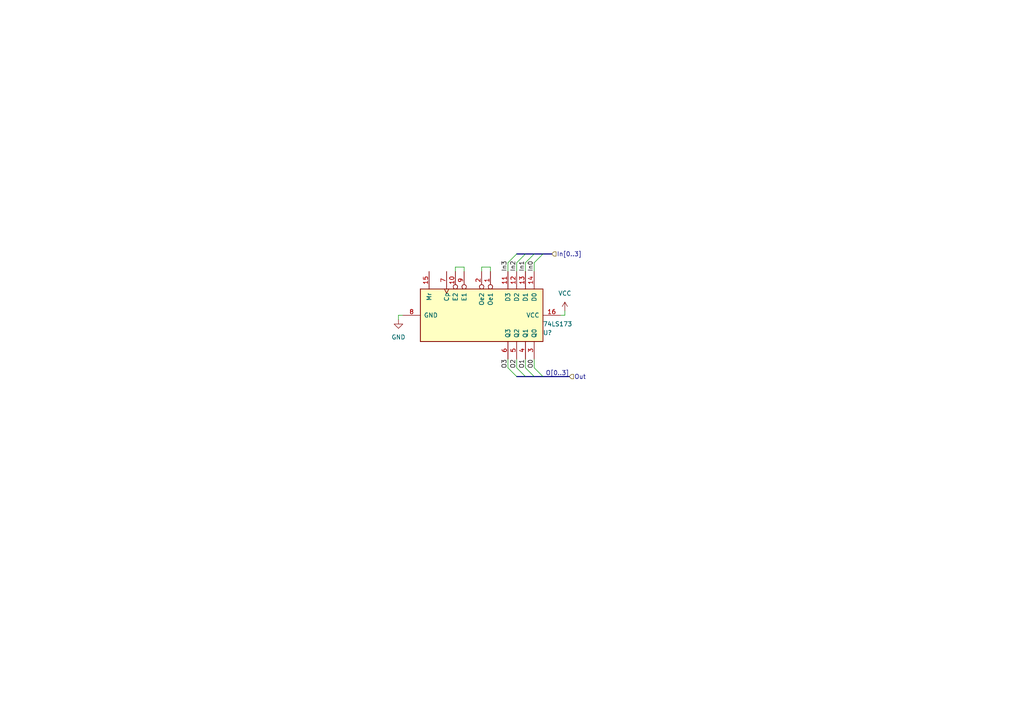
<source format=kicad_sch>
(kicad_sch (version 20211123) (generator eeschema)
  (paper "A4")
  (lib_symbols
    (symbol "74xx:74LS173" (pin_names (offset 1.016))
      (property "Reference" "U" (at -7.62 19.05 0))
      (property "Value" "74LS173" (at -7.62 -19.05 0))
      (symbol "74LS173_1_0"
        (pin input inverted (at -12.7 2.54 0) (length 5.08) (name "Oe1") (number "1"))
        (pin input inverted (at -12.7 -7.62 0) (length 5.08) (name "E2") (number "10"))
        (pin input line (at -12.7 7.62 0) (length 5.08) (name "D3") (number "11"))
        (pin input line (at -12.7 10.16 0) (length 5.08) (name "D2") (number "12"))
        (pin input line (at -12.7 12.7 0) (length 5.08) (name "D1") (number "13"))
        (pin input line (at -12.7 15.24 0) (length 5.08) (name "D0") (number "14"))
        (pin input line (at -12.7 -15.24 0) (length 5.08) (name "Mr") (number "15"))
        (pin power_in line (at 0 22.86 270) (length 5.08) (name "VCC") (number "16"))
        (pin input inverted (at -12.7 0 0) (length 5.08) (name "Oe2") (number "2"))
        (pin tri_state line (at 12.7 15.24 180) (length 5.08) (name "Q0") (number "3"))
        (pin tri_state line (at 12.7 12.7 180) (length 5.08) (name "Q1") (number "4"))
        (pin tri_state line (at 12.7 10.16 180) (length 5.08) (name "Q2") (number "5"))
        (pin tri_state line (at 12.7 7.62 180) (length 5.08) (name "Q3") (number "6"))
        (pin input clock (at -12.7 -10.16 0) (length 5.08) (name "Cp") (number "7"))
        (pin power_in line (at 0 -22.86 90) (length 5.08) (name "GND") (number "8"))
        (pin input inverted (at -12.7 -5.08 0) (length 5.08) (name "E1") (number "9"))
      )
      (symbol "74LS173_1_1"
        (rectangle (start -7.62 17.78) (end 7.62 -17.78) (stroke (width 0.254)) (fill (type background)))
      )
    )
    (symbol "power:GND" (power) (pin_names (offset 0))
      (property "Value" "GND" (at 0 -3.81 0))
      (symbol "GND_0_1"
        (polyline (pts (xy 0 0) (xy 0 -1.27) (xy 1.27 -1.27) (xy 0 -2.54) (xy -1.27 -1.27) (xy 0 -1.27)))
      )
      (symbol "GND_1_1"
        (pin power_in line (at 0 0 270) (length 0) hide (name "GND") (number "1"))
      )
    )
    (symbol "power:VCC" (power) (pin_names (offset 0))
      (property "Value" "VCC" (at 0 3.81 0))
      (symbol "VCC_0_1"
        (polyline (pts (xy -0.762 1.27) (xy 0 2.54)))
        (polyline (pts (xy 0 0) (xy 0 2.54)))
        (polyline (pts (xy 0 2.54) (xy 0.762 1.27)))
      )
      (symbol "VCC_1_1"
        (pin power_in line (at 0 0 90) (length 0) hide (name "VCC") (number "1"))
      )
    )
  )
  (bus_entry (at 149.86 73.66) (size -2.54 2.54))
  (bus_entry (at 149.86 109.22) (size -2.54 -2.54))
  (bus_entry (at 154.94 109.22) (size -2.54 -2.54))
  (bus_entry (at 152.4 73.66) (size -2.54 2.54))
  (bus_entry (at 152.4 109.22) (size -2.54 -2.54))
  (bus_entry (at 157.48 73.66) (size -2.54 2.54))
  (bus_entry (at 157.48 109.22) (size -2.54 -2.54))
  (bus_entry (at 154.94 73.66) (size -2.54 2.54))
  (bus (pts (xy 157.48 73.66) (xy 160.02 73.66)))
  (wire (pts (xy 147.32 76.2) (xy 147.32 78.74)))
  (bus (pts (xy 152.4 109.22) (xy 154.94 109.22)))
  (wire (pts (xy 162.56 91.44) (xy 163.83 91.44)))
  (wire (pts (xy 142.24 77.47) (xy 142.24 78.74)))
  (wire (pts (xy 149.86 76.2) (xy 149.86 78.74)))
  (wire (pts (xy 116.84 91.44) (xy 115.57 91.44)))
  (bus (pts (xy 157.48 109.22) (xy 165.1 109.22)))
  (bus (pts (xy 149.86 109.22) (xy 152.4 109.22)))
  (wire (pts (xy 132.08 77.47) (xy 134.62 77.47)))
  (wire (pts (xy 152.4 104.14) (xy 152.4 106.68)))
  (wire (pts (xy 154.94 76.2) (xy 154.94 78.74)))
  (wire (pts (xy 134.62 77.47) (xy 134.62 78.74)))
  (wire (pts (xy 132.08 78.74) (xy 132.08 77.47)))
  (bus (pts (xy 149.86 73.66) (xy 152.4 73.66)))
  (bus (pts (xy 154.94 73.66) (xy 157.48 73.66)))
  (wire (pts (xy 154.94 104.14) (xy 154.94 106.68)))
  (wire (pts (xy 139.7 78.74) (xy 139.7 77.47)))
  (bus (pts (xy 152.4 73.66) (xy 154.94 73.66)))
  (wire (pts (xy 115.57 91.44) (xy 115.57 92.71)))
  (wire (pts (xy 147.32 104.14) (xy 147.32 106.68)))
  (bus (pts (xy 154.94 109.22) (xy 157.48 109.22)))
  (wire (pts (xy 149.86 104.14) (xy 149.86 106.68)))
  (wire (pts (xy 163.83 90.17) (xy 163.83 91.44)))
  (wire (pts (xy 152.4 76.2) (xy 152.4 78.74)))
  (wire (pts (xy 139.7 77.47) (xy 142.24 77.47)))
  (label "O[0..3]" (at 165.1 109.22 180))
  (label "In3" (at 147.32 78.74 90))
  (label "O1" (at 152.4 104.14 270))
  (label "O0" (at 154.94 104.14 270))
  (label "In2" (at 149.86 78.74 90))
  (label "In1" (at 152.4 78.74 90))
  (label "O3" (at 147.32 104.14 270))
  (label "O2" (at 149.86 104.14 270))
  (label "In0" (at 154.94 78.74 90))
  (hierarchical_label "In[0..3]" (shape input) (at 160.02 73.66 0))
  (hierarchical_label "Out" (shape input) (at 165.1 109.22 0))
  (symbol (lib_id "power:VCC") (at 163.83 90.17 0) (unit 1)
    (property "Reference" "#PWR?" (effects hide))
    (property "Value" "VCC" (at 163.83 85.09 0))
  )
  (symbol (lib_id "74xx:74LS173") (at 139.7 91.44 270) (unit 1)
    (property "Reference" "U?" (at 157.48 96.52 90) (effects (justify left)))
    (property "Value" "74LS173" (at 157.48 93.98 90) (effects (justify left)))
    (property "Datasheet" "https://www.ti.com/lit/ds/symlink/sn74ls173a.pdf?ts=1680979768291" (effects hide))
  )
  (symbol (lib_id "power:GND") (at 115.57 92.71 0) (unit 1)
    (property "Reference" "#PWR?" (effects hide))
    (property "Value" "GND" (at 115.57 97.79 0))
  )
)
</source>
